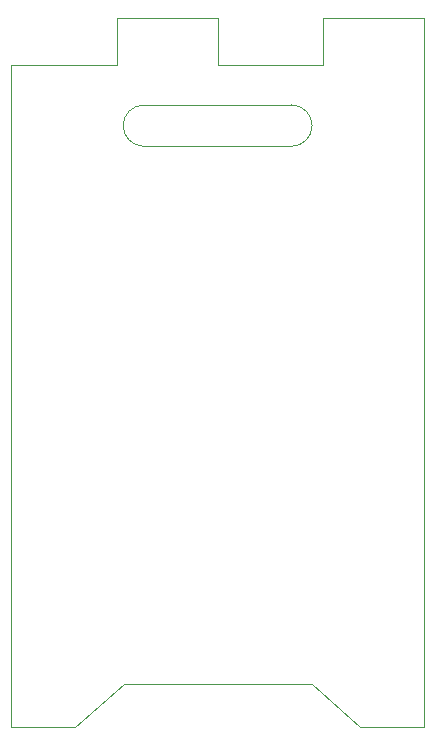
<source format=gm1>
%TF.GenerationSoftware,KiCad,Pcbnew,(5.99.0-11336-g5116fa6d12)*%
%TF.CreationDate,2021-08-09T23:44:28+02:00*%
%TF.ProjectId,CautionHot_Sign,43617574-696f-46e4-986f-745f5369676e,rev?*%
%TF.SameCoordinates,Original*%
%TF.FileFunction,Profile,NP*%
%FSLAX46Y46*%
G04 Gerber Fmt 4.6, Leading zero omitted, Abs format (unit mm)*
G04 Created by KiCad (PCBNEW (5.99.0-11336-g5116fa6d12)) date 2021-08-09 23:44:28*
%MOMM*%
%LPD*%
G01*
G04 APERTURE LIST*
%TA.AperFunction,Profile*%
%ADD10C,0.100000*%
%TD*%
G04 APERTURE END LIST*
D10*
X153315998Y-78833691D02*
X140816002Y-78833691D01*
X153315996Y-78833691D02*
G75*
G02*
X153316000Y-82333691I3J-1750000D01*
G01*
X138516000Y-71473001D02*
X147066000Y-71473000D01*
X140816002Y-82333691D02*
G75*
G02*
X140816002Y-78833691I-1J1750000D01*
G01*
X140816000Y-82333691D02*
X153316000Y-82333691D01*
X147066000Y-75473000D02*
X156015999Y-75473000D01*
X147066000Y-71473000D02*
X147066000Y-75473000D01*
X156015999Y-75473000D02*
X156015999Y-71473001D01*
X156015999Y-71473001D02*
X164566000Y-71473001D01*
X164566000Y-71473001D02*
X164566000Y-131473000D01*
X134980622Y-131473000D02*
X129566000Y-131473000D01*
X164566000Y-131473000D02*
X159151378Y-131473000D01*
X159151378Y-131473000D02*
X155022665Y-127850191D01*
X155022665Y-127850191D02*
X139109335Y-127850191D01*
X139109335Y-127850191D02*
X134980622Y-131473000D01*
X129566000Y-131473000D02*
X129566000Y-75473000D01*
X129566000Y-75473000D02*
X138516000Y-75473001D01*
X138516000Y-75473001D02*
X138516000Y-71473001D01*
M02*

</source>
